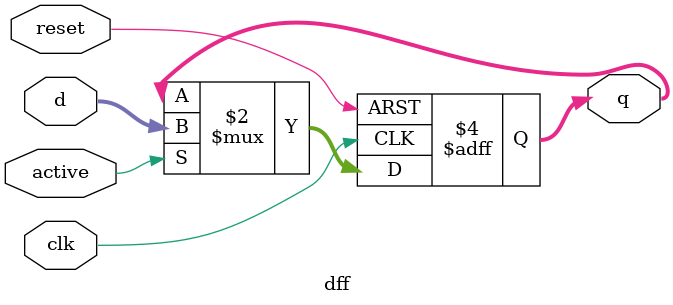
<source format=v>

module dff #(
    parameter width = 32,
    parameter offset = 0,
    parameter [offset + width - 1 : offset] reset_value = {width{1'b0}}
) (
    input clk,
    input reset,
    input active,
    input [offset + width - 1 : offset] d,
    output reg [offset + width - 1 : offset] q
);

generate
    always @(posedge clk, posedge reset) begin
        if (reset)
            q <= reset_value;
        else if (active)
            q <= d;
    end
endgenerate

endmodule
</source>
